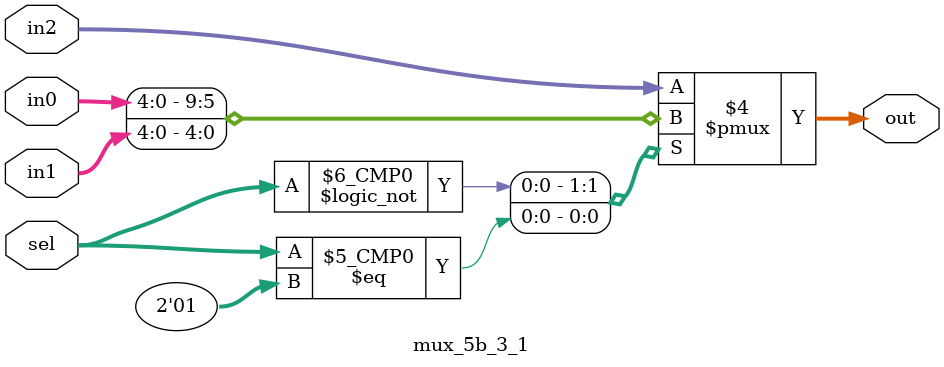
<source format=v>
`timescale 1ns / 1ps

module mux_5b_3_1 (
    input [4:0] in0, 
    input [4:0] in1, 
    input [4:0] in2, 
    input [1:0] sel, 
    output reg [4:0] out
);

    always @(*) begin
        case (sel)
            2'b00 : out = in0;
            2'b01 : out = in1;
            2'b10 : out = in2;
            default : out = in2;
        endcase
    end
    
endmodule

</source>
